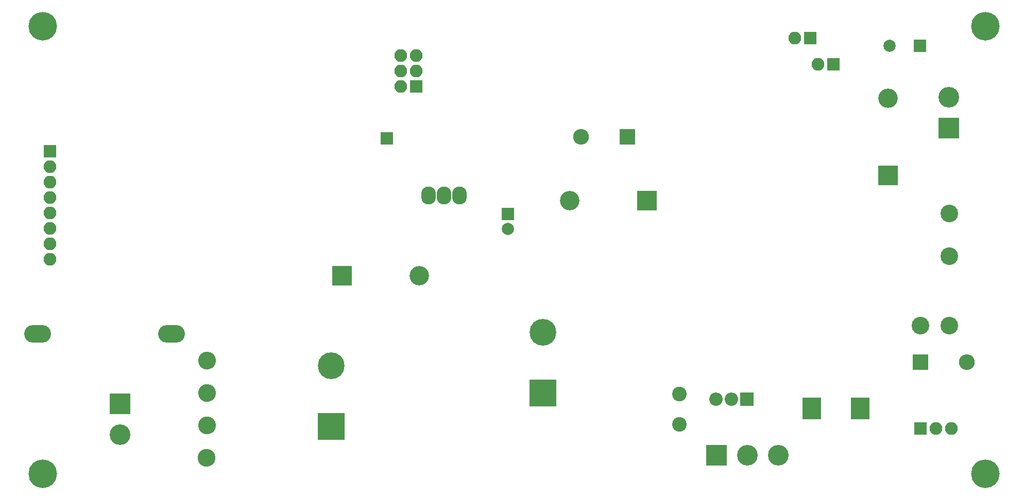
<source format=gbs>
G04 #@! TF.GenerationSoftware,KiCad,Pcbnew,(5.1.4)-1*
G04 #@! TF.CreationDate,2019-11-19T00:16:12+02:00*
G04 #@! TF.ProjectId,pcb_1,7063625f-312e-46b6-9963-61645f706362,rev?*
G04 #@! TF.SameCoordinates,Original*
G04 #@! TF.FileFunction,Soldermask,Bot*
G04 #@! TF.FilePolarity,Negative*
%FSLAX46Y46*%
G04 Gerber Fmt 4.6, Leading zero omitted, Abs format (unit mm)*
G04 Created by KiCad (PCBNEW (5.1.4)-1) date 2019-11-19 00:16:12*
%MOMM*%
%LPD*%
G04 APERTURE LIST*
%ADD10C,4.700000*%
%ADD11R,2.100000X2.100000*%
%ADD12C,2.000000*%
%ADD13R,2.000000X2.000000*%
%ADD14O,4.400000X2.900000*%
%ADD15R,3.400000X3.400000*%
%ADD16C,3.400000*%
%ADD17C,4.400000*%
%ADD18R,4.400000X4.400000*%
%ADD19C,2.400000*%
%ADD20O,2.432000X2.940000*%
%ADD21O,2.100000X2.100000*%
%ADD22O,3.200000X3.200000*%
%ADD23R,3.200000X3.200000*%
%ADD24R,3.100000X3.600000*%
%ADD25R,2.600000X2.600000*%
%ADD26O,2.600000X2.600000*%
%ADD27C,2.924000*%
%ADD28C,2.900000*%
%ADD29R,2.200000X2.200000*%
%ADD30O,2.200000X2.200000*%
G04 APERTURE END LIST*
D10*
X194945000Y-33655000D03*
X194945000Y-107315000D03*
X40005000Y-107315000D03*
X40005000Y-33655000D03*
D11*
X96520000Y-52070000D03*
D12*
X116459000Y-67016000D03*
D13*
X116459000Y-64516000D03*
D14*
X61163200Y-84277200D03*
X39163200Y-84277200D03*
D15*
X52705000Y-95758000D03*
D16*
X52705000Y-100838000D03*
D17*
X87376000Y-89517200D03*
D18*
X87376000Y-99517200D03*
D19*
X144589500Y-99170500D03*
X144589500Y-94170500D03*
D13*
X184150000Y-36830000D03*
D12*
X179150000Y-36830000D03*
D20*
X103378000Y-61468000D03*
X108458000Y-61468000D03*
X105918000Y-61468000D03*
D21*
X41160700Y-72041001D03*
X41160700Y-69501001D03*
X41160700Y-66961001D03*
X41160700Y-64421001D03*
X41160700Y-61881001D03*
X41160700Y-59341001D03*
X41160700Y-56801001D03*
D11*
X41160700Y-54261001D03*
D21*
X98806000Y-38481000D03*
X101346000Y-38481000D03*
X98806000Y-41021000D03*
X101346000Y-41021000D03*
X98806000Y-43561000D03*
D11*
X101346000Y-43561000D03*
D22*
X178943000Y-45466000D03*
D23*
X178943000Y-58166000D03*
D24*
X166407800Y-96520000D03*
X174307800Y-96520000D03*
D11*
X184277000Y-99822000D03*
D21*
X186817000Y-99822000D03*
X189357000Y-99822000D03*
D25*
X184277000Y-88900000D03*
D26*
X191897000Y-88900000D03*
D17*
X122199400Y-84030800D03*
D18*
X122199400Y-94030800D03*
D27*
X67005200Y-88672400D03*
X67005200Y-93972400D03*
X67005200Y-99372400D03*
X66905200Y-104672400D03*
D26*
X128460500Y-51841400D03*
D25*
X136080500Y-51841400D03*
D22*
X126619000Y-62357000D03*
D23*
X139319000Y-62357000D03*
X89204800Y-74726800D03*
D22*
X101904800Y-74726800D03*
D21*
X163576000Y-35560000D03*
D11*
X166116000Y-35560000D03*
X169926000Y-39878000D03*
D21*
X167386000Y-39878000D03*
D28*
X188976000Y-82956400D03*
X184276000Y-82956400D03*
X188976000Y-71456400D03*
X188976000Y-64456400D03*
D29*
X155702000Y-94996000D03*
D30*
X153162000Y-94996000D03*
X150622000Y-94996000D03*
D16*
X188950600Y-45364400D03*
D15*
X188950600Y-50444400D03*
D16*
X160909000Y-104241600D03*
X155829000Y-104241600D03*
D15*
X150749000Y-104241600D03*
M02*

</source>
